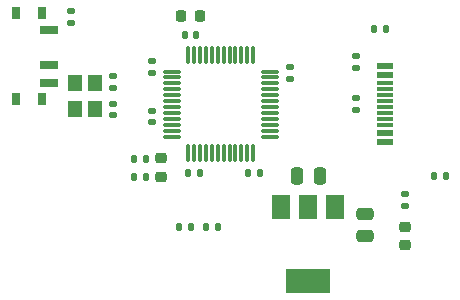
<source format=gbr>
%TF.GenerationSoftware,KiCad,Pcbnew,7.0.7*%
%TF.CreationDate,2023-12-20T18:59:57-05:00*%
%TF.ProjectId,stm32f1,73746d33-3266-4312-9e6b-696361645f70,rev?*%
%TF.SameCoordinates,Original*%
%TF.FileFunction,Paste,Top*%
%TF.FilePolarity,Positive*%
%FSLAX46Y46*%
G04 Gerber Fmt 4.6, Leading zero omitted, Abs format (unit mm)*
G04 Created by KiCad (PCBNEW 7.0.7) date 2023-12-20 18:59:57*
%MOMM*%
%LPD*%
G01*
G04 APERTURE LIST*
G04 Aperture macros list*
%AMRoundRect*
0 Rectangle with rounded corners*
0 $1 Rounding radius*
0 $2 $3 $4 $5 $6 $7 $8 $9 X,Y pos of 4 corners*
0 Add a 4 corners polygon primitive as box body*
4,1,4,$2,$3,$4,$5,$6,$7,$8,$9,$2,$3,0*
0 Add four circle primitives for the rounded corners*
1,1,$1+$1,$2,$3*
1,1,$1+$1,$4,$5*
1,1,$1+$1,$6,$7*
1,1,$1+$1,$8,$9*
0 Add four rect primitives between the rounded corners*
20,1,$1+$1,$2,$3,$4,$5,0*
20,1,$1+$1,$4,$5,$6,$7,0*
20,1,$1+$1,$6,$7,$8,$9,0*
20,1,$1+$1,$8,$9,$2,$3,0*%
G04 Aperture macros list end*
%ADD10RoundRect,0.250000X-0.250000X-0.475000X0.250000X-0.475000X0.250000X0.475000X-0.250000X0.475000X0*%
%ADD11RoundRect,0.140000X-0.140000X-0.170000X0.140000X-0.170000X0.140000X0.170000X-0.140000X0.170000X0*%
%ADD12RoundRect,0.140000X0.170000X-0.140000X0.170000X0.140000X-0.170000X0.140000X-0.170000X-0.140000X0*%
%ADD13RoundRect,0.218750X-0.256250X0.218750X-0.256250X-0.218750X0.256250X-0.218750X0.256250X0.218750X0*%
%ADD14R,1.200000X1.400000*%
%ADD15RoundRect,0.250000X0.475000X-0.250000X0.475000X0.250000X-0.475000X0.250000X-0.475000X-0.250000X0*%
%ADD16RoundRect,0.135000X-0.135000X-0.185000X0.135000X-0.185000X0.135000X0.185000X-0.135000X0.185000X0*%
%ADD17R,1.500000X2.000000*%
%ADD18R,3.800000X2.000000*%
%ADD19RoundRect,0.135000X0.185000X-0.135000X0.185000X0.135000X-0.185000X0.135000X-0.185000X-0.135000X0*%
%ADD20RoundRect,0.140000X0.140000X0.170000X-0.140000X0.170000X-0.140000X-0.170000X0.140000X-0.170000X0*%
%ADD21R,0.800000X1.000000*%
%ADD22R,1.500000X0.700000*%
%ADD23RoundRect,0.135000X-0.185000X0.135000X-0.185000X-0.135000X0.185000X-0.135000X0.185000X0.135000X0*%
%ADD24RoundRect,0.135000X0.135000X0.185000X-0.135000X0.185000X-0.135000X-0.185000X0.135000X-0.185000X0*%
%ADD25RoundRect,0.140000X-0.170000X0.140000X-0.170000X-0.140000X0.170000X-0.140000X0.170000X0.140000X0*%
%ADD26R,1.450000X0.600000*%
%ADD27R,1.450000X0.300000*%
%ADD28RoundRect,0.075000X-0.662500X-0.075000X0.662500X-0.075000X0.662500X0.075000X-0.662500X0.075000X0*%
%ADD29RoundRect,0.075000X-0.075000X-0.662500X0.075000X-0.662500X0.075000X0.662500X-0.075000X0.662500X0*%
%ADD30RoundRect,0.225000X-0.225000X-0.250000X0.225000X-0.250000X0.225000X0.250000X-0.225000X0.250000X0*%
G04 APERTURE END LIST*
D10*
%TO.C,C12*%
X60838000Y-73406000D03*
X62738000Y-73406000D03*
%TD*%
D11*
%TO.C,C1*%
X51308000Y-61468000D03*
X52268000Y-61468000D03*
%TD*%
D12*
%TO.C,C6*%
X48510000Y-68834000D03*
X48510000Y-67874000D03*
%TD*%
D13*
%TO.C,FB1*%
X49276000Y-71882000D03*
X49276000Y-73457000D03*
%TD*%
D14*
%TO.C,Y1*%
X41992000Y-65558000D03*
X41992000Y-67758000D03*
X43692000Y-67758000D03*
X43692000Y-65558000D03*
%TD*%
D15*
%TO.C,C13*%
X66548000Y-78486000D03*
X66548000Y-76586000D03*
%TD*%
D12*
%TO.C,C10*%
X45212000Y-65928000D03*
X45212000Y-64968000D03*
%TD*%
D16*
%TO.C,R5*%
X72390000Y-73406000D03*
X73410000Y-73406000D03*
%TD*%
D17*
%TO.C,U2*%
X64022000Y-75996000D03*
X61722000Y-75996000D03*
D18*
X61722000Y-82296000D03*
D17*
X59422000Y-75996000D03*
%TD*%
D19*
%TO.C,R4*%
X41656000Y-60456000D03*
X41656000Y-59436000D03*
%TD*%
%TO.C,R1*%
X69977000Y-75948000D03*
X69977000Y-74928000D03*
%TD*%
D20*
%TO.C,C8*%
X48006000Y-73497500D03*
X47046000Y-73497500D03*
%TD*%
D16*
%TO.C,R3*%
X53082000Y-77724000D03*
X54102000Y-77724000D03*
%TD*%
D21*
%TO.C,SW1*%
X39210000Y-59620000D03*
X37000000Y-59620000D03*
X39210000Y-66920000D03*
X37000000Y-66920000D03*
D22*
X39860000Y-61020000D03*
X39860000Y-64020000D03*
X39860000Y-65520000D03*
%TD*%
D23*
%TO.C,R8*%
X65786000Y-66802000D03*
X65786000Y-67822000D03*
%TD*%
D13*
%TO.C,D1*%
X69977000Y-77698500D03*
X69977000Y-79273500D03*
%TD*%
D24*
%TO.C,R2*%
X51816000Y-77724000D03*
X50796000Y-77724000D03*
%TD*%
D12*
%TO.C,C4*%
X48510000Y-64647500D03*
X48510000Y-63687500D03*
%TD*%
D25*
%TO.C,C3*%
X60194000Y-64191500D03*
X60194000Y-65151500D03*
%TD*%
D16*
%TO.C,R7*%
X67306000Y-60960000D03*
X68326000Y-60960000D03*
%TD*%
D20*
%TO.C,C7*%
X48006000Y-71973500D03*
X47046000Y-71973500D03*
%TD*%
D12*
%TO.C,C11*%
X45212000Y-68270000D03*
X45212000Y-67310000D03*
%TD*%
D20*
%TO.C,C2*%
X57658000Y-73152000D03*
X56698000Y-73152000D03*
%TD*%
D26*
%TO.C,J1*%
X68311000Y-70562000D03*
X68311000Y-69762000D03*
D27*
X68311000Y-68562000D03*
X68311000Y-67562000D03*
X68311000Y-67062000D03*
X68311000Y-66062000D03*
D26*
X68311000Y-64862000D03*
X68311000Y-64062000D03*
X68311000Y-64062000D03*
X68311000Y-64862000D03*
D27*
X68311000Y-65562000D03*
X68311000Y-66562000D03*
X68311000Y-68062000D03*
X68311000Y-69062000D03*
D26*
X68311000Y-69762000D03*
X68311000Y-70562000D03*
%TD*%
D19*
%TO.C,R6*%
X65786000Y-64266000D03*
X65786000Y-63246000D03*
%TD*%
D11*
%TO.C,C9*%
X51614000Y-73152000D03*
X52574000Y-73152000D03*
%TD*%
D28*
%TO.C,U1*%
X50193500Y-64560000D03*
X50193500Y-65060000D03*
X50193500Y-65560000D03*
X50193500Y-66060000D03*
X50193500Y-66560000D03*
X50193500Y-67060000D03*
X50193500Y-67560000D03*
X50193500Y-68060000D03*
X50193500Y-68560000D03*
X50193500Y-69060000D03*
X50193500Y-69560000D03*
X50193500Y-70060000D03*
D29*
X51606000Y-71472500D03*
X52106000Y-71472500D03*
X52606000Y-71472500D03*
X53106000Y-71472500D03*
X53606000Y-71472500D03*
X54106000Y-71472500D03*
X54606000Y-71472500D03*
X55106000Y-71472500D03*
X55606000Y-71472500D03*
X56106000Y-71472500D03*
X56606000Y-71472500D03*
X57106000Y-71472500D03*
D28*
X58518500Y-70060000D03*
X58518500Y-69560000D03*
X58518500Y-69060000D03*
X58518500Y-68560000D03*
X58518500Y-68060000D03*
X58518500Y-67560000D03*
X58518500Y-67060000D03*
X58518500Y-66560000D03*
X58518500Y-66060000D03*
X58518500Y-65560000D03*
X58518500Y-65060000D03*
X58518500Y-64560000D03*
D29*
X57106000Y-63147500D03*
X56606000Y-63147500D03*
X56106000Y-63147500D03*
X55606000Y-63147500D03*
X55106000Y-63147500D03*
X54606000Y-63147500D03*
X54106000Y-63147500D03*
X53606000Y-63147500D03*
X53106000Y-63147500D03*
X52606000Y-63147500D03*
X52106000Y-63147500D03*
X51606000Y-63147500D03*
%TD*%
D30*
%TO.C,C5*%
X51028000Y-59817000D03*
X52578000Y-59817000D03*
%TD*%
M02*

</source>
